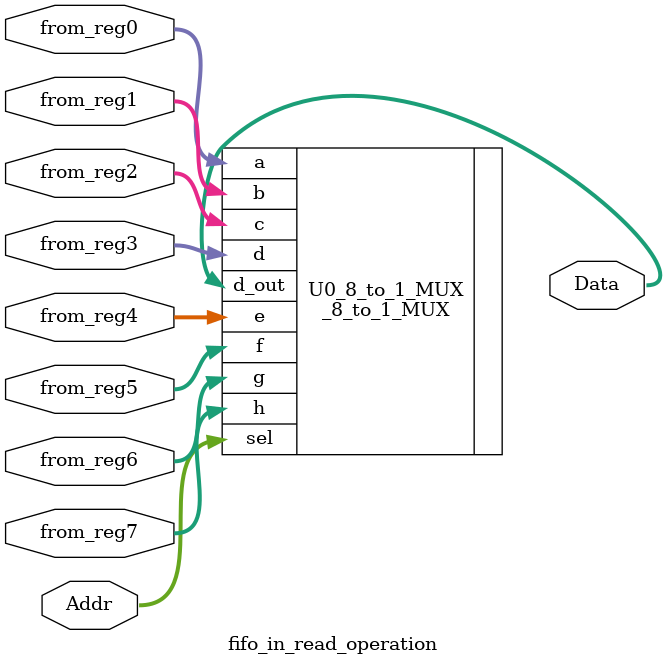
<source format=v>
module fifo_in_read_operation(Addr, Data, from_reg0, from_reg1, from_reg2, from_reg3, from_reg4, from_reg5, from_reg6, from_reg7);
//module of read_operation// raed part of register file

	input [31:0] from_reg0, from_reg1, from_reg2, from_reg3, from_reg4, from_reg5, from_reg6, from_reg7;
	//input datas //register value is stored in value selected 
	
	input [2:0]Addr;	//address value
	output[31:0]Data;	//selected register

	_8_to_1_MUX U0_8_to_1_MUX(.a(from_reg0),.b(from_reg1), .c(from_reg2),.d(from_reg3),.e(from_reg4),.f(from_reg5),.g(from_reg6),.h(from_reg7),.sel(Addr),.d_out(Data));
	//instatance of 8_to_1 MUX // only one from_reg is selected and Data(output) is this value 
	
endmodule		//end module

</source>
